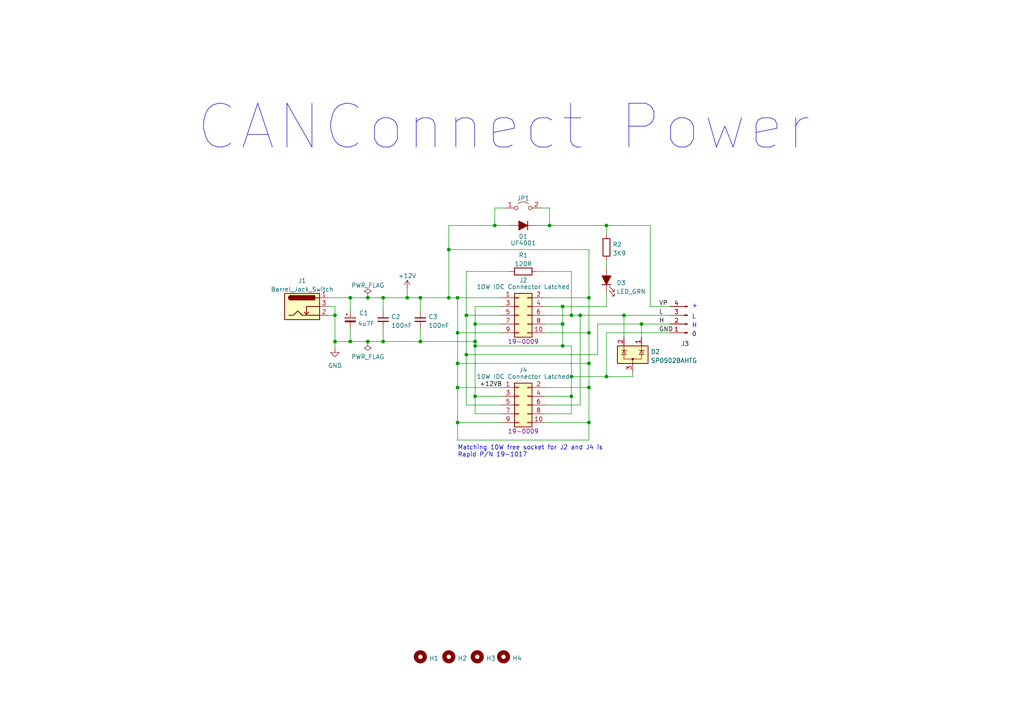
<source format=kicad_sch>
(kicad_sch (version 20211123) (generator eeschema)
  (paper "A4")
  (title_block (title "CANConnectTypeC") (date "2022-07-29") (rev "A") (comment 1 "1005"))
  (lib_symbols
    (symbol "Connector:Barrel_Jack_Switch" (pin_names hide)
      (property "Reference" "J" (at 0 5.334 0))
      (property "Value" "Barrel_Jack_Switch" (at 0 -5.08 0))
      (symbol "Barrel_Jack_Switch_0_1"
        (rectangle (start -5.08 3.81) (end 5.08 -3.81) (stroke (width 0.254)) (fill (type background)))
        (arc (start -3.302 3.175) (mid -3.937 2.54) (end -3.302 1.905) (stroke (width 0.254)))
        (arc (start -3.302 3.175) (mid -3.937 2.54) (end -3.302 1.905) (stroke (width 0.254)) (fill (type outline)))
        (polyline (pts (xy 1.27 -2.286) (xy 1.905 -1.651)) (stroke (width 0.254)))
        (polyline (pts (xy 5.08 2.54) (xy 3.81 2.54)) (stroke (width 0.254)))
        (polyline (pts (xy 5.08 0) (xy 1.27 0) (xy 1.27 -2.286) (xy 0.635 -1.651)) (stroke (width 0.254)))
        (polyline (pts (xy -3.81 -2.54) (xy -2.54 -2.54) (xy -1.27 -1.27) (xy 0 -2.54) (xy 2.54 -2.54) (xy 5.08 -2.54)) (stroke (width 0.254)))
        (rectangle (start 3.683 3.175) (end -3.302 1.905) (stroke (width 0.254)) (fill (type outline)))
      )
      (symbol "Barrel_Jack_Switch_1_1"
        (pin passive line (at 7.62 2.54 180) (length 2.54) (name "~") (number "1"))
        (pin passive line (at 7.62 -2.54 180) (length 2.54) (name "~") (number "2"))
        (pin passive line (at 7.62 0 180) (length 2.54) (name "~") (number "3"))
      )
    )
    (symbol "Connector:Conn_01x04_Male" (pin_names (offset 1.016) hide)
      (property "Reference" "J" (at 0 5.08 0))
      (property "Value" "Conn_01x04_Male" (at 0 -7.62 0))
      (symbol "Conn_01x04_Male_1_1"
        (polyline (pts (xy 1.27 -5.08) (xy 0.8636 -5.08)) (stroke (width 0.1524)))
        (polyline (pts (xy 1.27 -2.54) (xy 0.8636 -2.54)) (stroke (width 0.1524)))
        (polyline (pts (xy 1.27 0) (xy 0.8636 0)) (stroke (width 0.1524)))
        (polyline (pts (xy 1.27 2.54) (xy 0.8636 2.54)) (stroke (width 0.1524)))
        (rectangle (start 0.8636 -4.953) (end 0 -5.207) (stroke (width 0.1524)) (fill (type outline)))
        (rectangle (start 0.8636 -2.413) (end 0 -2.667) (stroke (width 0.1524)) (fill (type outline)))
        (rectangle (start 0.8636 0.127) (end 0 -0.127) (stroke (width 0.1524)) (fill (type outline)))
        (rectangle (start 0.8636 2.667) (end 0 2.413) (stroke (width 0.1524)) (fill (type outline)))
        (pin passive line (at 5.08 2.54 180) (length 3.81) (name "Pin_1") (number "1"))
        (pin passive line (at 5.08 0 180) (length 3.81) (name "Pin_2") (number "2"))
        (pin passive line (at 5.08 -2.54 180) (length 3.81) (name "Pin_3") (number "3"))
        (pin passive line (at 5.08 -5.08 180) (length 3.81) (name "Pin_4") (number "4"))
      )
    )
    (symbol "Connector_Generic:Conn_02x05_Odd_Even" (pin_names (offset 1.016) hide)
      (property "Reference" "J" (at 1.27 7.62 0))
      (property "Value" "Conn_02x05_Odd_Even" (at 1.27 -7.62 0))
      (symbol "Conn_02x05_Odd_Even_1_1"
        (rectangle (start -1.27 -4.953) (end 0 -5.207) (stroke (width 0.1524)))
        (rectangle (start -1.27 -2.413) (end 0 -2.667) (stroke (width 0.1524)))
        (rectangle (start -1.27 0.127) (end 0 -0.127) (stroke (width 0.1524)))
        (rectangle (start -1.27 2.667) (end 0 2.413) (stroke (width 0.1524)))
        (rectangle (start -1.27 5.207) (end 0 4.953) (stroke (width 0.1524)))
        (rectangle (start -1.27 6.35) (end 3.81 -6.35) (stroke (width 0.254)) (fill (type background)))
        (rectangle (start 3.81 -4.953) (end 2.54 -5.207) (stroke (width 0.1524)))
        (rectangle (start 3.81 -2.413) (end 2.54 -2.667) (stroke (width 0.1524)))
        (rectangle (start 3.81 0.127) (end 2.54 -0.127) (stroke (width 0.1524)))
        (rectangle (start 3.81 2.667) (end 2.54 2.413) (stroke (width 0.1524)))
        (rectangle (start 3.81 5.207) (end 2.54 4.953) (stroke (width 0.1524)))
        (pin passive line (at -5.08 5.08 0) (length 3.81) (name "Pin_1") (number "1"))
        (pin passive line (at 7.62 -5.08 180) (length 3.81) (name "Pin_10") (number "10"))
        (pin passive line (at 7.62 5.08 180) (length 3.81) (name "Pin_2") (number "2"))
        (pin passive line (at -5.08 2.54 0) (length 3.81) (name "Pin_3") (number "3"))
        (pin passive line (at 7.62 2.54 180) (length 3.81) (name "Pin_4") (number "4"))
        (pin passive line (at -5.08 0 0) (length 3.81) (name "Pin_5") (number "5"))
        (pin passive line (at 7.62 0 180) (length 3.81) (name "Pin_6") (number "6"))
        (pin passive line (at -5.08 -2.54 0) (length 3.81) (name "Pin_7") (number "7"))
        (pin passive line (at 7.62 -2.54 180) (length 3.81) (name "Pin_8") (number "8"))
        (pin passive line (at -5.08 -5.08 0) (length 3.81) (name "Pin_9") (number "9"))
      )
    )
    (symbol "Device:C_Polarized_Small" (pin_numbers hide) (pin_names (offset 0.254) hide)
      (property "Reference" "C" (at 0.254 1.778 0))
      (property "Value" "C_Polarized_Small" (at 0.254 -2.032 0))
      (symbol "C_Polarized_Small_0_1"
        (rectangle (start -1.524 -0.3048) (end 1.524 -0.6858) (fill (type outline)))
        (rectangle (start -1.524 0.6858) (end 1.524 0.3048))
        (polyline (pts (xy -1.27 1.524) (xy -0.762 1.524)))
        (polyline (pts (xy -1.016 1.27) (xy -1.016 1.778)))
      )
      (symbol "C_Polarized_Small_1_1"
        (pin passive line (at 0 2.54 270) (length 1.8542) (name "~") (number "1"))
        (pin passive line (at 0 -2.54 90) (length 1.8542) (name "~") (number "2"))
      )
    )
    (symbol "Device:C_Small" (pin_numbers hide) (pin_names (offset 0.254) hide)
      (property "Reference" "C" (at 0.254 1.778 0))
      (property "Value" "C_Small" (at 0.254 -2.032 0))
      (symbol "C_Small_0_1"
        (polyline (pts (xy -1.524 -0.508) (xy 1.524 -0.508)) (stroke (width 0.3302)))
        (polyline (pts (xy -1.524 0.508) (xy 1.524 0.508)) (stroke (width 0.3048)))
      )
      (symbol "C_Small_1_1"
        (pin passive line (at 0 2.54 270) (length 2.032) (name "~") (number "1"))
        (pin passive line (at 0 -2.54 90) (length 2.032) (name "~") (number "2"))
      )
    )
    (symbol "Device:D_Filled" (pin_numbers hide) (pin_names (offset 1.016) hide)
      (property "Reference" "D" (at 0 2.54 0))
      (property "Value" "D_Filled" (at 0 -2.54 0))
      (symbol "D_Filled_0_1"
        (polyline (pts (xy -1.27 1.27) (xy -1.27 -1.27)) (stroke (width 0.254)))
        (polyline (pts (xy 1.27 0) (xy -1.27 0)))
        (polyline (pts (xy 1.27 1.27) (xy 1.27 -1.27) (xy -1.27 0) (xy 1.27 1.27)) (stroke (width 0.254)) (fill (type outline)))
      )
      (symbol "D_Filled_1_1"
        (pin passive line (at -3.81 0 0) (length 2.54) (name "K") (number "1"))
        (pin passive line (at 3.81 0 180) (length 2.54) (name "A") (number "2"))
      )
    )
    (symbol "Device:LED_Filled" (pin_numbers hide) (pin_names (offset 1.016) hide)
      (property "Reference" "D" (at 0 2.54 0))
      (property "Value" "LED_Filled" (at 0 -2.54 0))
      (symbol "LED_Filled_0_1"
        (polyline (pts (xy -1.27 -1.27) (xy -1.27 1.27)) (stroke (width 0.254)))
        (polyline (pts (xy -1.27 0) (xy 1.27 0)))
        (polyline (pts (xy 1.27 -1.27) (xy 1.27 1.27) (xy -1.27 0) (xy 1.27 -1.27)) (stroke (width 0.254)) (fill (type outline)))
        (polyline (pts (xy -3.048 -0.762) (xy -4.572 -2.286) (xy -3.81 -2.286) (xy -4.572 -2.286) (xy -4.572 -1.524)))
        (polyline (pts (xy -1.778 -0.762) (xy -3.302 -2.286) (xy -2.54 -2.286) (xy -3.302 -2.286) (xy -3.302 -1.524)))
      )
      (symbol "LED_Filled_1_1"
        (pin passive line (at -3.81 0 0) (length 2.54) (name "K") (number "1"))
        (pin passive line (at 3.81 0 180) (length 2.54) (name "A") (number "2"))
      )
    )
    (symbol "Device:R" (pin_numbers hide) (pin_names (offset 0))
      (property "Reference" "R" (at 2.032 0 90))
      (property "Value" "R" (at 0 0 90))
      (symbol "R_0_1"
        (rectangle (start -1.016 -2.54) (end 1.016 2.54) (stroke (width 0.254)))
      )
      (symbol "R_1_1"
        (pin passive line (at 0 3.81 270) (length 1.27) (name "~") (number "1"))
        (pin passive line (at 0 -3.81 90) (length 1.27) (name "~") (number "2"))
      )
    )
    (symbol "Jumper:Jumper_2_Open" (pin_names (offset 0) hide)
      (property "Reference" "JP" (at 0 2.794 0))
      (property "Value" "Jumper_2_Open" (at 0 -2.286 0))
      (symbol "Jumper_2_Open_0_0"
        (circle (center -2.032 0) (radius 0.508))
        (circle (center 2.032 0) (radius 0.508))
      )
      (symbol "Jumper_2_Open_0_1"
        (arc (start 1.524 1.27) (mid 0 1.778) (end -1.524 1.27))
      )
      (symbol "Jumper_2_Open_1_1"
        (pin passive line (at -5.08 0 0) (length 2.54) (name "A") (number "1"))
        (pin passive line (at 5.08 0 180) (length 2.54) (name "B") (number "2"))
      )
    )
    (symbol "Mechanical:MountingHole" (pin_names (offset 1.016))
      (property "Reference" "H" (at 0 5.08 0))
      (property "Value" "MountingHole" (at 0 3.175 0))
      (symbol "MountingHole_0_1"
        (circle (center 0 0) (radius 1.27) (stroke (width 1.27)))
      )
    )
    (symbol "Power_Protection:SP0502BAHT" (pin_names hide)
      (property "Reference" "D" (at 5.715 2.54 0))
      (property "Value" "SP0502BAHT" (at 5.715 0.635 0))
      (symbol "SP0502BAHT_0_0"
        (pin passive line (at 0 -5.08 90) (length 2.54) (name "A") (number "3"))
      )
      (symbol "SP0502BAHT_0_1"
        (rectangle (start -4.445 2.54) (end 4.445 -2.54) (stroke (width 0.254)) (fill (type background)))
        (circle (center 0 -1.27) (radius 0.254) (fill (type outline)))
        (polyline (pts (xy -2.54 2.54) (xy -2.54 1.27)))
        (polyline (pts (xy 0 -1.27) (xy 0 -2.54)))
        (polyline (pts (xy 2.54 2.54) (xy 2.54 1.27)))
        (polyline (pts (xy -3.302 1.016) (xy -3.302 1.27) (xy -1.905 1.27) (xy -1.778 1.27)))
        (polyline (pts (xy -2.54 1.27) (xy -2.54 -1.27) (xy 2.54 -1.27) (xy 2.54 1.27)))
        (polyline (pts (xy -2.54 1.27) (xy -1.905 0) (xy -3.175 0) (xy -2.54 1.27)))
        (polyline (pts (xy 1.778 1.016) (xy 1.778 1.27) (xy 3.175 1.27) (xy 3.302 1.27)))
        (polyline (pts (xy 2.54 1.27) (xy 1.905 0) (xy 3.175 0) (xy 2.54 1.27)))
      )
      (symbol "SP0502BAHT_1_1"
        (pin passive line (at -2.54 5.08 270) (length 2.54) (name "K") (number "1"))
        (pin passive line (at 2.54 5.08 270) (length 2.54) (name "K") (number "2"))
      )
    )
    (symbol "power:+12V" (power) (pin_names (offset 0))
      (property "Value" "+12V" (at 0 3.556 0))
      (symbol "+12V_0_1"
        (polyline (pts (xy -0.762 1.27) (xy 0 2.54)))
        (polyline (pts (xy 0 0) (xy 0 2.54)))
        (polyline (pts (xy 0 2.54) (xy 0.762 1.27)))
      )
      (symbol "+12V_1_1"
        (pin power_in line (at 0 0 90) (length 0) hide (name "+12V") (number "1"))
      )
    )
    (symbol "power:GND" (power) (pin_names (offset 0))
      (property "Value" "GND" (at 0 -3.81 0))
      (symbol "GND_0_1"
        (polyline (pts (xy 0 0) (xy 0 -1.27) (xy 1.27 -1.27) (xy 0 -2.54) (xy -1.27 -1.27) (xy 0 -1.27)))
      )
      (symbol "GND_1_1"
        (pin power_in line (at 0 0 270) (length 0) hide (name "GND") (number "1"))
      )
    )
    (symbol "power:PWR_FLAG" (power) (pin_numbers hide) (pin_names (offset 0) hide)
      (property "Value" "PWR_FLAG" (at 0 3.81 0))
      (symbol "PWR_FLAG_0_0"
        (pin power_out line (at 0 0 90) (length 0) (name "pwr") (number "1"))
      )
      (symbol "PWR_FLAG_0_1"
        (polyline (pts (xy 0 0) (xy 0 1.27) (xy -1.016 1.905) (xy 0 2.54) (xy 1.016 1.905) (xy 0 1.27)))
      )
    )
  )
  (junction (at 175.895 109.22))
  (junction (at 163.195 100.33))
  (junction (at 170.815 86.36))
  (junction (at 132.715 86.36))
  (junction (at 163.195 93.98))
  (junction (at 165.735 109.22))
  (junction (at 137.795 93.98))
  (junction (at 106.68 99.06))
  (junction (at 159.385 65.405))
  (junction (at 132.715 112.395))
  (junction (at 170.815 112.395))
  (junction (at 170.815 96.52))
  (junction (at 121.92 99.06))
  (junction (at 168.275 91.44))
  (junction (at 132.715 96.52))
  (junction (at 132.715 122.555))
  (junction (at 165.735 114.935))
  (junction (at 175.895 65.405))
  (junction (at 135.255 102.87))
  (junction (at 143.51 65.405))
  (junction (at 111.125 86.36))
  (junction (at 137.795 99.06))
  (junction (at 180.975 91.44))
  (junction (at 106.68 86.36))
  (junction (at 132.715 105.41))
  (junction (at 170.815 122.555))
  (junction (at 118.11 86.36))
  (junction (at 97.155 91.44))
  (junction (at 101.6 99.06))
  (junction (at 130.175 72.39))
  (junction (at 121.92 86.36))
  (junction (at 111.125 99.06))
  (junction (at 137.795 114.935))
  (junction (at 101.6 86.36))
  (junction (at 170.815 105.41))
  (junction (at 163.195 88.9))
  (junction (at 186.055 93.98))
  (junction (at 165.735 91.44))
  (junction (at 137.795 100.33))
  (junction (at 97.155 99.06))
  (junction (at 130.175 86.36))
  (junction (at 135.255 91.44))
  (wire (pts (xy 137.795 120.015) (xy 145.415 120.015)))
  (wire (pts (xy 158.115 117.475) (xy 168.275 117.475)))
  (wire (pts (xy 170.815 122.555) (xy 170.815 127.635)))
  (wire (pts (xy 186.055 93.98) (xy 186.055 97.79)))
  (wire (pts (xy 158.115 122.555) (xy 170.815 122.555)))
  (wire (pts (xy 132.715 105.41) (xy 132.715 112.395)))
  (wire (pts (xy 159.385 65.405) (xy 175.895 65.405)))
  (wire (pts (xy 143.51 60.325) (xy 143.51 65.405)))
  (wire (pts (xy 175.895 75.565) (xy 175.895 77.47)))
  (wire (pts (xy 180.975 91.44) (xy 180.975 97.79)))
  (wire (pts (xy 135.255 117.475) (xy 135.255 102.87)))
  (wire (pts (xy 95.25 91.44) (xy 97.155 91.44)))
  (wire (pts (xy 135.255 78.74) (xy 135.255 91.44)))
  (wire (pts (xy 121.92 86.36) (xy 121.92 90.17)))
  (wire (pts (xy 158.115 114.935) (xy 165.735 114.935)))
  (wire (pts (xy 186.055 93.98) (xy 194.31 93.98)))
  (wire (pts (xy 158.115 96.52) (xy 170.815 96.52)))
  (wire (pts (xy 165.735 100.33) (xy 165.735 109.22)))
  (wire (pts (xy 132.715 86.36) (xy 132.715 96.52)))
  (wire (pts (xy 163.195 93.98) (xy 163.195 100.33)))
  (wire (pts (xy 168.275 91.44) (xy 168.275 117.475)))
  (wire (pts (xy 155.575 78.74) (xy 165.735 78.74)))
  (wire (pts (xy 168.275 91.44) (xy 180.975 91.44)))
  (wire (pts (xy 97.155 91.44) (xy 97.155 99.06)))
  (wire (pts (xy 111.125 95.25) (xy 111.125 99.06)))
  (wire (pts (xy 146.685 60.325) (xy 143.51 60.325)))
  (wire (pts (xy 137.795 114.935) (xy 145.415 114.935)))
  (wire (pts (xy 101.6 86.36) (xy 101.6 90.17)))
  (wire (pts (xy 97.155 99.06) (xy 97.155 100.965)))
  (wire (pts (xy 135.255 91.44) (xy 145.415 91.44)))
  (wire (pts (xy 132.715 96.52) (xy 145.415 96.52)))
  (wire (pts (xy 101.6 99.06) (xy 106.68 99.06)))
  (wire (pts (xy 170.815 96.52) (xy 170.815 86.36)))
  (wire (pts (xy 121.92 99.06) (xy 137.795 99.06)))
  (wire (pts (xy 158.115 86.36) (xy 170.815 86.36)))
  (wire (pts (xy 173.355 93.98) (xy 186.055 93.98)))
  (wire (pts (xy 170.815 105.41) (xy 170.815 112.395)))
  (wire (pts (xy 132.715 112.395) (xy 145.415 112.395)))
  (wire (pts (xy 175.895 65.405) (xy 175.895 67.945)))
  (wire (pts (xy 183.515 109.22) (xy 183.515 107.95)))
  (wire (pts (xy 97.155 88.9) (xy 97.155 91.44)))
  (wire (pts (xy 159.385 60.325) (xy 159.385 65.405)))
  (wire (pts (xy 130.175 65.405) (xy 143.51 65.405)))
  (wire (pts (xy 130.175 72.39) (xy 130.175 86.36)))
  (wire (pts (xy 158.115 91.44) (xy 165.735 91.44)))
  (wire (pts (xy 158.115 93.98) (xy 163.195 93.98)))
  (wire (pts (xy 130.175 86.36) (xy 132.715 86.36)))
  (wire (pts (xy 194.31 96.52) (xy 175.895 96.52)))
  (wire (pts (xy 95.25 86.36) (xy 101.6 86.36)))
  (wire (pts (xy 147.955 78.74) (xy 135.255 78.74)))
  (wire (pts (xy 158.115 112.395) (xy 170.815 112.395)))
  (wire (pts (xy 106.68 99.06) (xy 111.125 99.06)))
  (wire (pts (xy 137.795 99.06) (xy 137.795 100.33)))
  (wire (pts (xy 170.815 105.41) (xy 170.815 96.52)))
  (wire (pts (xy 137.795 93.98) (xy 145.415 93.98)))
  (wire (pts (xy 175.895 109.22) (xy 183.515 109.22)))
  (wire (pts (xy 173.355 102.87) (xy 173.355 93.98)))
  (wire (pts (xy 97.155 99.06) (xy 101.6 99.06)))
  (wire (pts (xy 135.255 91.44) (xy 135.255 102.87)))
  (wire (pts (xy 170.815 86.36) (xy 170.815 72.39)))
  (wire (pts (xy 118.11 83.82) (xy 118.11 86.36)))
  (wire (pts (xy 132.715 122.555) (xy 132.715 127.635)))
  (wire (pts (xy 188.595 88.9) (xy 194.31 88.9)))
  (wire (pts (xy 121.92 95.25) (xy 121.92 99.06)))
  (wire (pts (xy 163.195 100.33) (xy 165.735 100.33)))
  (wire (pts (xy 111.125 99.06) (xy 121.92 99.06)))
  (wire (pts (xy 132.715 112.395) (xy 132.715 122.555)))
  (wire (pts (xy 143.51 65.405) (xy 147.955 65.405)))
  (wire (pts (xy 121.92 86.36) (xy 130.175 86.36)))
  (wire (pts (xy 145.415 117.475) (xy 135.255 117.475)))
  (wire (pts (xy 175.895 96.52) (xy 175.895 109.22)))
  (wire (pts (xy 111.125 86.36) (xy 118.11 86.36)))
  (wire (pts (xy 137.795 93.98) (xy 137.795 99.06)))
  (wire (pts (xy 132.715 96.52) (xy 132.715 105.41)))
  (wire (pts (xy 118.11 86.36) (xy 121.92 86.36)))
  (wire (pts (xy 175.895 88.9) (xy 175.895 85.09)))
  (wire (pts (xy 135.255 102.87) (xy 173.355 102.87)))
  (wire (pts (xy 137.795 100.33) (xy 137.795 114.935)))
  (wire (pts (xy 106.68 86.36) (xy 111.125 86.36)))
  (wire (pts (xy 170.815 112.395) (xy 170.815 122.555)))
  (wire (pts (xy 188.595 88.9) (xy 188.595 65.405)))
  (wire (pts (xy 130.175 65.405) (xy 130.175 72.39)))
  (wire (pts (xy 132.715 127.635) (xy 170.815 127.635)))
  (wire (pts (xy 137.795 100.33) (xy 163.195 100.33)))
  (wire (pts (xy 163.195 88.9) (xy 175.895 88.9)))
  (wire (pts (xy 163.195 88.9) (xy 163.195 93.98)))
  (wire (pts (xy 137.795 114.935) (xy 137.795 120.015)))
  (wire (pts (xy 95.25 88.9) (xy 97.155 88.9)))
  (wire (pts (xy 145.415 88.9) (xy 137.795 88.9)))
  (wire (pts (xy 165.735 109.22) (xy 165.735 114.935)))
  (wire (pts (xy 145.415 122.555) (xy 132.715 122.555)))
  (wire (pts (xy 132.715 105.41) (xy 170.815 105.41)))
  (wire (pts (xy 158.115 120.015) (xy 165.735 120.015)))
  (wire (pts (xy 180.975 91.44) (xy 194.31 91.44)))
  (wire (pts (xy 165.735 109.22) (xy 175.895 109.22)))
  (wire (pts (xy 158.115 88.9) (xy 163.195 88.9)))
  (wire (pts (xy 156.845 60.325) (xy 159.385 60.325)))
  (wire (pts (xy 165.735 91.44) (xy 168.275 91.44)))
  (wire (pts (xy 101.6 86.36) (xy 106.68 86.36)))
  (wire (pts (xy 165.735 78.74) (xy 165.735 91.44)))
  (wire (pts (xy 165.735 114.935) (xy 165.735 120.015)))
  (wire (pts (xy 111.125 86.36) (xy 111.125 90.17)))
  (wire (pts (xy 101.6 95.25) (xy 101.6 99.06)))
  (wire (pts (xy 137.795 88.9) (xy 137.795 93.98)))
  (wire (pts (xy 155.575 65.405) (xy 159.385 65.405)))
  (wire (pts (xy 132.715 86.36) (xy 145.415 86.36)))
  (wire (pts (xy 175.895 65.405) (xy 188.595 65.405)))
  (wire (pts (xy 130.175 72.39) (xy 170.815 72.39)))
  (text "CANConnect Power" (at 56.515 44.45 0) (effects (font (size 12.7 12.7)) (justify left bottom)))
  (text "+" (at 200.66 89.535 0) (effects (font (size 1.27 1.27)) (justify left bottom)))
  (text "H" (at 200.66 95.25 0) (effects (font (size 1.27 1.27)) (justify left bottom)))
  (text "L" (at 200.66 92.71 0) (effects (font (size 1.27 1.27)) (justify left bottom)))
  (text "0" (at 200.66 97.79 0) (effects (font (size 1.27 1.27)) (justify left bottom)))
  (text "Matching 10W free socket for J2 and J4 is\nRapid P/N 19-1017" (at 132.715 132.715 0) (effects (font (size 1.27 1.27)) (justify left bottom)))
  (label "+12VB" (at 139.065 112.395 0))
  (label "GND" (at 191.135 96.52 0))
  (label "H" (at 191.135 93.98 0))
  (label "L" (at 191.135 91.44 0))
  (label "VP" (at 191.135 88.9 0))
  (symbol (lib_id "Device:R") (at 151.765 78.74 270) (unit 1)
    (property "Reference" "R1" (at 151.765 74.0242 90))
    (property "Value" "120R" (at 151.765 76.5611 90))
    (property "Footprint" "mylib:R_Axial_P10.16mm_Horizontal" (effects hide))
  )
  (symbol (lib_id "Power_Protection:SP0502BAHT") (at 183.515 102.87 0) (mirror y) (unit 1)
    (property "Reference" "D2" (at 188.722 102.0353 0) (effects (justify right)))
    (property "Value" "SP0502BAHTG" (at 188.722 104.5722 0) (effects (justify right)))
    (property "Footprint" "Package_TO_SOT_SMD:SOT-23" (effects hide))
    (property "Datasheet" "http://www.littelfuse.com/~/media/files/littelfuse/technical%20resources/documents/data%20sheets/sp05xxba.pdf" (effects hide))
  )
  (symbol (lib_id "Connector_Generic:Conn_02x05_Odd_Even") (at 150.495 91.44 0) (unit 1)
    (property "Reference" "J2" (at 151.765 81.28 0))
    (property "Value" "10W IDC Connector Latched" (at 151.765 83.185 0))
    (property "Footprint" "Connector_IDC:IDC-Header_2x05_P2.54mm_Latch_Vertical" (effects hide))
    (property "Part No." "19-0009" (at 151.765 99.06 0))
  )
  (symbol (lib_id "Device:C_Small") (at 111.125 92.71 0) (unit 1)
    (property "Reference" "C2" (at 113.4491 91.8816 0) (effects (justify left)))
    (property "Value" "100nF" (at 113.4491 94.4185 0) (effects (justify left)))
    (property "Footprint" "Capacitor_THT:C_Disc_D4.3mm_W1.9mm_P5.00mm" (effects hide))
  )
  (symbol (lib_id "Device:D_Filled") (at 151.765 65.405 180) (unit 1)
    (property "Reference" "D1" (at 151.765 68.58 0))
    (property "Value" "UF4001" (at 151.765 70.485 0))
    (property "Footprint" "Diode_THT:D_DO-41_SOD81_P10.16mm_Horizontal" (effects hide))
  )
  (symbol (lib_id "power:PWR_FLAG") (at 106.68 86.36 0) (unit 1)
    (property "Reference" "#FLG0102" (effects hide))
    (property "Value" "PWR_FLAG" (at 106.68 82.7842 0))
  )
  (symbol (lib_id "Mechanical:MountingHole") (at 130.175 190.5 0) (unit 1)
    (property "Reference" "H2" (at 132.715 190.9338 0) (effects (justify left)))
    (property "Value" "MountingHole" (effects hide))
    (property "Footprint" "MountingHole:MountingHole_3.2mm_M3_DIN965_Pad_TopBottom" (effects hide))
  )
  (symbol (lib_id "power:PWR_FLAG") (at 106.68 99.06 180) (unit 1)
    (property "Reference" "#FLG0101" (effects hide))
    (property "Value" "PWR_FLAG" (at 106.68 103.5034 0))
  )
  (symbol (lib_id "Device:C_Small") (at 121.92 92.71 0) (unit 1)
    (property "Reference" "C3" (at 124.2441 91.8816 0) (effects (justify left)))
    (property "Value" "100nF" (at 124.2441 94.4185 0) (effects (justify left)))
    (property "Footprint" "Capacitor_THT:C_Disc_D4.3mm_W1.9mm_P5.00mm" (effects hide))
  )
  (symbol (lib_id "Mechanical:MountingHole") (at 146.05 190.5 0) (unit 1)
    (property "Reference" "H4" (at 148.59 190.9338 0) (effects (justify left)))
    (property "Value" "MountingHole" (effects hide))
    (property "Footprint" "MountingHole:MountingHole_3.2mm_M3_DIN965_Pad_TopBottom" (effects hide))
  )
  (symbol (lib_id "power:+12V") (at 118.11 83.82 0) (unit 1)
    (property "Reference" "#PWR01" (effects hide))
    (property "Value" "+12V" (at 118.11 80.01 0))
  )
  (symbol (lib_id "power:GND") (at 97.155 100.965 0) (unit 1)
    (property "Reference" "#PWR02" (effects hide))
    (property "Value" "GND" (at 97.155 106.045 0))
  )
  (symbol (lib_id "Connector_Generic:Conn_02x05_Odd_Even") (at 150.495 117.475 0) (unit 1)
    (property "Reference" "J4" (at 151.765 107.315 0))
    (property "Value" "10W IDC Connector Latched" (at 151.765 109.22 0))
    (property "Footprint" "Connector_IDC:IDC-Header_2x05_P2.54mm_Latch_Vertical" (effects hide))
    (property "Part No." "19-0009" (at 151.765 125.095 0))
  )
  (symbol (lib_id "Mechanical:MountingHole") (at 138.43 190.5 0) (unit 1)
    (property "Reference" "H3" (at 140.97 190.9338 0) (effects (justify left)))
    (property "Value" "MountingHole" (effects hide))
    (property "Footprint" "MountingHole:MountingHole_3.2mm_M3_DIN965_Pad_TopBottom" (effects hide))
  )
  (symbol (lib_id "Device:R") (at 175.895 71.755 0) (unit 1)
    (property "Reference" "R2" (at 177.673 70.9203 0) (effects (justify left)))
    (property "Value" "3K9" (at 177.673 73.4572 0) (effects (justify left)))
    (property "Footprint" "mylib:R_Axial_P10.16mm_Horizontal" (effects hide))
  )
  (symbol (lib_id "Jumper:Jumper_2_Open") (at 151.765 60.325 0) (unit 1)
    (property "Reference" "JP1" (at 151.765 57.5112 0))
    (property "Value" "Jumper_2_Open" (effects hide))
    (property "Footprint" "Connector_PinHeader_2.54mm:PinHeader_1x02_P2.54mm_Vertical" (effects hide))
  )
  (symbol (lib_id "Device:LED_Filled") (at 175.895 81.28 90) (unit 1)
    (property "Reference" "D3" (at 178.816 82.0328 90) (effects (justify right)))
    (property "Value" "LED_GRN" (at 178.816 84.5697 90) (effects (justify right)))
    (property "Footprint" "LED_THT:LED_D3.0mm" (effects hide))
  )
  (symbol (lib_id "Connector:Conn_01x04_Male") (at 199.39 93.98 180) (unit 1)
    (property "Reference" "J3" (at 197.485 99.695 0) (effects (justify right)))
    (property "Value" "Conn_01x04_Male" (effects hide))
    (property "Footprint" "mylib:Camdenboss_3pt5mm_pitch_PCB_horizontal_4Way" (effects hide))
  )
  (symbol (lib_id "Device:C_Polarized_Small") (at 101.6 92.71 0) (unit 1)
    (property "Reference" "C1" (at 104.14 90.805 0) (effects (justify left)))
    (property "Value" "4u7F" (at 103.759 93.8661 0) (effects (justify left)))
    (property "Footprint" "Capacitor_THT:CP_Radial_Tantal_D4.5mm_P2.50mm" (effects hide))
  )
  (symbol (lib_id "Mechanical:MountingHole") (at 121.92 190.5 0) (unit 1)
    (property "Reference" "H1" (at 124.46 190.9338 0) (effects (justify left)))
    (property "Value" "MountingHole" (effects hide))
    (property "Footprint" "MountingHole:MountingHole_3.2mm_M3_DIN965_Pad_TopBottom" (effects hide))
  )
  (symbol (lib_id "Connector:Barrel_Jack_Switch") (at 87.63 88.9 0) (unit 1)
    (property "Reference" "J1" (at 87.63 81.3902 0))
    (property "Value" "Barrel_Jack_Switch" (at 87.63 83.9271 0))
    (property "Footprint" "Connector_BarrelJack:BarrelJack_Wuerth_6941xx301002" (effects hide))
  )
)
</source>
